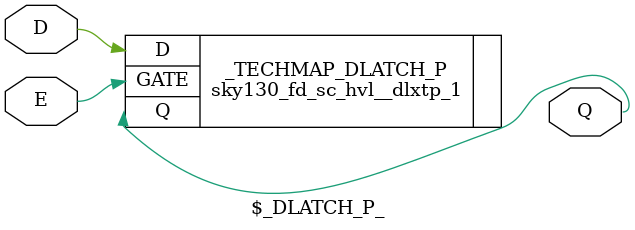
<source format=v>
module \$_DLATCH_P_ (input E, input D, output Q);
  sky130_fd_sc_hvl__dlxtp_1 _TECHMAP_DLATCH_P (
    //# {{data|Data Signals}}
    .D(D),
    .Q(Q),

    //# {{clocks|Clocking}}
    .GATE(E)
  );
endmodule

</source>
